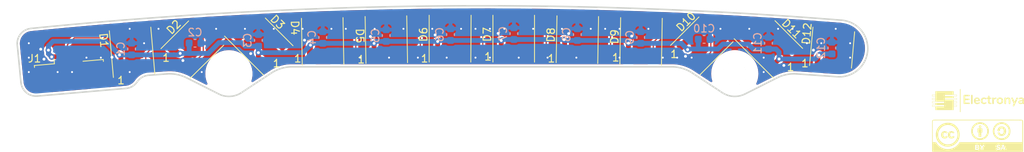
<source format=kicad_pcb>
(kicad_pcb (version 20221018) (generator pcbnew)
  (title_block (title "DIY GT Wheel RMP Chaser Board") (date "2023-06-30") (rev "1.0a") (company "Electronya") (comment 1 "ENYA-SIMR-GTWL-PCRC"))
  (layers (0 "F.Cu" signal) (31 "B.Cu" signal) (34 "B.Paste" user) (35 "F.Paste" user) (36 "B.SilkS" user "B.Silkscreen") (37 "F.SilkS" user "F.Silkscreen") (38 "B.Mask" user) (39 "F.Mask" user) (44 "Edge.Cuts" user))
  (net 0 "")
  (net 1 "GND")
  (net 2 "+5V")
  (net 3 "Net-(D1-DOUT)")
  (net 4 "/LED_DI")
  (net 5 "Net-(D2-DOUT)")
  (net 6 "Net-(D3-DOUT)")
  (net 7 "Net-(D4-DOUT)")
  (net 8 "Net-(D5-DOUT)")
  (net 9 "Net-(D6-DOUT)")
  (net 10 "Net-(D7-DOUT)")
  (net 11 "Net-(D8-DOUT)")
  (net 12 "Net-(D10-DIN)")
  (net 13 "Net-(D10-DOUT)")
  (net 14 "Net-(D11-DOUT)")
  (footprint "ENYA_Bitmap:CC-BY-SA_12MM" (layer "F.Cu") (at 289.894618 146.847474)
    (fp_text reference "G2" hide)
    (fp_text value "CC-BY-SA_Logo" hide)
  )
  (footprint "LED_SMD:LED_WS2812B_PLCC4_5.0x5.0mm_P3.2mm" (layer "F.Cu") (at 228.572094 133.462389 90)
    (fp_text reference "D7" (at 0 -3.5 90) (layer "F.SilkS"))
    (fp_text value "WS2812B" hide)
    (fp_text user "1" (at -2.935611 -3.401094 180) (layer "F.SilkS"))
    (pad "1" smd rect locked (at -2.45 -1.65 90) (size 1.5 0.9) (layers "F.Cu" "F.Paste" "F.Mask") (net 2 "+5V"))
    (pad "2" smd rect locked (at -2.45 1.65 90) (size 1.5 0.9) (layers "F.Cu" "F.Paste" "F.Mask") (net 10 "Net-(D7-DOUT)"))
    (pad "3" smd rect locked (at 2.45 1.65 90) (size 1.5 0.9) (layers "F.Cu" "F.Paste" "F.Mask") (net 1 "GND"))
    (pad "4" smd rect locked (at 2.45 -1.65 90) (size 1.5 0.9) (layers "F.Cu" "F.Paste" "F.Mask") (net 9 "Net-(D6-DOUT)"))
  )
  (footprint "LED_SMD:LED_WS2812B_PLCC4_5.0x5.0mm_P3.2mm" (layer "F.Cu") (at 245.418017 133.823283 89)
    (fp_text reference "D9" (at 0 -3.5 89) (layer "F.SilkS"))
    (fp_text value "WS2812B" hide)
    (fp_text user "1" (at -2.759876 -3.308354 180) (layer "F.SilkS"))
    (pad "1" smd rect locked (at -2.45 -1.65 89) (size 1.5 0.9) (layers "F.Cu" "F.Paste" "F.Mask") (net 2 "+5V"))
    (pad "2" smd rect locked (at -2.45 1.65 89) (size 1.5 0.9) (layers "F.Cu" "F.Paste" "F.Mask") (net 12 "Net-(D10-DIN)"))
    (pad "3" smd rect locked (at 2.45 1.65 89) (size 1.5 0.9) (layers "F.Cu" "F.Paste" "F.Mask") (net 1 "GND"))
    (pad "4" smd rect locked (at 2.45 -1.65 89) (size 1.5 0.9) (layers "F.Cu" "F.Paste" "F.Mask") (net 11 "Net-(D8-DOUT)"))
  )
  (footprint "LED_SMD:LED_WS2812B_PLCC4_5.0x5.0mm_P3.2mm" (layer "F.Cu") (at 253.835396 134.2644 45)
    (fp_text reference "D10" (at 0 -3.5 45) (layer "F.SilkS"))
    (fp_text value "WS2812B" hide)
    (fp_text user "1" (at -4.15 -1.6) (layer "F.SilkS"))
    (pad "1" smd rect (at -2.45 -1.65 45) (size 1.5 0.9) (layers "F.Cu" "F.Paste" "F.Mask") (net 2 "+5V"))
    (pad "2" smd rect (at -2.45 1.65 45) (size 1.5 0.9) (layers "F.Cu" "F.Paste" "F.Mask") (net 13 "Net-(D10-DOUT)"))
    (pad "3" smd rect (at 2.45 1.65 45) (size 1.5 0.9) (layers "F.Cu" "F.Paste" "F.Mask") (net 1 "GND"))
    (pad "4" smd rect (at 2.286 -1.651 45) (size 1 0.9) (layers "F.Cu" "F.Paste" "F.Mask") (net 12 "Net-(D10-DIN)"))
  )
  (footprint "MountingHole:MountingHole_3.2mm_M3_DIN965" (layer "F.Cu") (at 190.919769 138.652648)
    (fp_text reference "MH1" hide)
    (fp_text value "MH-NPLTD-M3" hide)
    (pad "" np_thru_hole circle locked (at 0 0) (size 3.2 3.2) (drill 3.2) (layers "*.Cu" "*.Mask"))
  )
  (footprint "LED_SMD:LED_WS2812B_PLCC4_5.0x5.0mm_P3.2mm" (layer "F.Cu") (at 186.4614 134.6962 45)
    (fp_text reference "D2" (at -0.442814 -3.559858 45) (layer "F.SilkS"))
    (fp_text value "WS2812B" hide)
    (fp_text user "1" (at -4.034916 -1.404596 180) (layer "F.SilkS"))
    (pad "1" smd rect (at -2.45 -1.65 45) (size 1.5 0.9) (layers "F.Cu" "F.Paste" "F.Mask") (net 2 "+5V"))
    (pad "2" smd rect (at -2.45 1.65 45) (size 1.5 0.9) (layers "F.Cu" "F.Paste" "F.Mask") (net 5 "Net-(D2-DOUT)"))
    (pad "3" smd rect (at 2.45 1.65 45) (size 1.5 0.9) (layers "F.Cu" "F.Paste" "F.Mask") (net 1 "GND"))
    (pad "4" smd rect (at 2.286 -1.651 45) (size 1 0.9) (layers "F.Cu" "F.Paste" "F.Mask") (net 3 "Net-(D1-DOUT)"))
  )
  (footprint "LED_SMD:LED_WS2812B_PLCC4_5.0x5.0mm_P3.2mm" (layer "F.Cu") (at 236.996344 133.582695 89)
    (fp_text reference "D8" (at 0 -3.5 89) (layer "F.SilkS"))
    (fp_text value "WS2812B" hide)
    (fp_text user "1" (at -3.128932 -3.389253 180) (layer "F.SilkS"))
    (pad "1" smd rect locked (at -2.45 -1.65 89) (size 1.5 0.9) (layers "F.Cu" "F.Paste" "F.Mask") (net 2 "+5V"))
    (pad "2" smd rect locked (at -2.45 1.65 89) (size 1.5 0.9) (layers "F.Cu" "F.Paste" "F.Mask") (net 11 "Net-(D8-DOUT)"))
    (pad "3" smd rect locked (at 2.45 1.65 89) (size 1.5 0.9) (layers "F.Cu" "F.Paste" "F.Mask") (net 1 "GND"))
    (pad "4" smd rect locked (at 2.45 -1.65 89) (size 1.5 0.9) (layers "F.Cu" "F.Paste" "F.Mask") (net 10 "Net-(D7-DOUT)"))
  )
  (footprint "LED_SMD:LED_WS2812B_PLCC4_5.0x5.0mm_P3.2mm" (layer "F.Cu") (at 194.8688 134.3152 135)
    (fp_text reference "D3" (at 0.007628 3.50684 135) (layer "F.SilkS"))
    (fp_text value "WS2812B" hide)
    (fp_text user "1" (at -3.764079 -0.444473 180) (layer "F.SilkS"))
    (pad "1" smd rect (at -2.45 -1.65 135) (size 1.5 0.9) (layers "F.Cu" "F.Paste" "F.Mask") (net 2 "+5V"))
    (pad "2" smd rect (at -2.45 1.65 135) (size 1.5 0.9) (layers "F.Cu" "F.Paste" "F.Mask") (net 6 "Net-(D3-DOUT)"))
    (pad "3" smd rect (at 2.286 1.65 135) (size 1 0.9) (layers "F.Cu" "F.Paste" "F.Mask") (net 1 "GND"))
    (pad "4" smd rect (at 2.45 -1.65 135) (size 1.5 0.9) (layers "F.Cu" "F.Paste" "F.Mask") (net 5 "Net-(D2-DOUT)"))
  )
  (footprint "LED_SMD:LED_WS2812B_PLCC4_5.0x5.0mm_P3.2mm" (layer "F.Cu") (at 262.246764 134.665083 135)
    (fp_text reference "D11" (at -0.782168 3.540002 135) (layer "F.SilkS"))
    (fp_text value "WS2812B" hide)
    (fp_text user "1" (at -4.284468 -0.141903 180) (layer "F.SilkS"))
    (pad "1" smd rect locked (at -2.45 -1.65 135) (size 1.5 0.9) (layers "F.Cu" "F.Paste" "F.Mask") (net 2 "+5V"))
    (pad "2" smd rect locked (at -2.45 1.65 135) (size 1.5 0.9) (layers "F.Cu" "F.Paste" "F.Mask") (net 14 "Net-(D11-DOUT)"))
    (pad "3" smd rect locked (at 2.286 1.65 135) (size 1 0.9) (layers "F.Cu" "F.Paste" "F.Mask") (net 1 "GND"))
    (pad "4" smd rect locked (at 2.45 -1.65 135) (size 1.5 0.9) (layers "F.Cu" "F.Paste" "F.Mask") (net 13 "Net-(D10-DOUT)"))
  )
  (footprint "LED_SMD:LED_WS2812B_PLCC4_5.0x5.0mm_P3.2mm" (layer "F.Cu") (at 211.722736 133.582695 91)
    (fp_text reference "D5" (at 0 -3.5 91) (layer "F.SilkS"))
    (fp_text value "WS2812B" hide)
    (fp_text user "1" (at -3.137951 -3.371014 180) (layer "F.SilkS"))
    (pad "1" smd rect locked (at -2.45 -1.65 91) (size 1.5 0.9) (layers "F.Cu" "F.Paste" "F.Mask") (net 2 "+5V"))
    (pad "2" smd rect locked (at -2.45 1.65 91) (size 1.5 0.9) (layers "F.Cu" "F.Paste" "F.Mask") (net 8 "Net-(D5-DOUT)"))
    (pad "3" smd rect locked (at 2.45 1.65 91) (size 1.5 0.9) (layers "F.Cu" "F.Paste" "F.Mask") (net 1 "GND"))
    (pad "4" smd rect locked (at 2.45 -1.65 91) (size 1.5 0.9) (layers "F.Cu" "F.Paste" "F.Mask") (net 7 "Net-(D4-DOUT)"))
  )
  (footprint "MountingHole:MountingHole_3.2mm_M3_DIN965" (layer "F.Cu") (at 257.799311 138.652648)
    (fp_text reference "MH2" hide)
    (fp_text value "MH-NPLTD-M3" hide)
    (pad "" np_thru_hole circle locked (at 0 0) (size 3.2 3.2) (drill 3.2) (layers "*.Cu" "*.Mask"))
  )
  (footprint "LED_SMD:LED_WS2812B_PLCC4_5.0x5.0mm_P3.2mm" (layer "F.Cu") (at 270.650406 135.266123 85)
    (fp_text reference "D12" (at 1.619875 -3.469791 85) (layer "F.SilkS"))
    (fp_text value "WS2812B" hide)
    (fp_text user "1" (at -2.324281 -3.379692 180) (layer "F.SilkS"))
    (pad "1" smd rect locked (at -2.45 -1.65 85) (size 1.2 0.9) (layers "F.Cu" "F.Paste" "F.Mask") (net 2 "+5V"))
    (pad "2" smd rect locked (at -2.45 1.65 85) (size 1.2 0.9) (layers "F.Cu" "F.Paste" "F.Mask"))
    (pad "3" smd rect locked (at 2.45 1.65 85) (size 1.2 0.9) (layers "F.Cu" "F.Paste" "F.Mask") (net 1 "GND"))
    (pad "4" smd rect locked (at 2.45 -1.65 85) (size 1.2 0.9) (layers "F.Cu" "F.Paste" "F.Mask") (net 14 "Net-(D11-DOUT)"))
  )
  (footprint "LED_SMD:LED_WS2812B_PLCC4_5.0x5.0mm_P3.2mm" (layer "F.Cu") (at 220.146986 133.462389 90)
    (fp_text reference "D6" (at 0 -3.5 90) (layer "F.SilkS"))
    (fp_text value "WS2812B" hide)
    (fp_text user "1" (at -3.189611 -3.357986 180) (layer "F.SilkS"))
    (pad "1" smd rect locked (at -2.45 -1.65 90) (size 1.5 0.9) (layers "F.Cu" "F.Paste" "F.Mask") (net 2 "+5V"))
    (pad "2" smd rect locked (at -2.45 1.65 90) (size 1.5 0.9) (layers "F.Cu" "F.Paste" "F.Mask") (net 9 "Net-(D6-DOUT)"))
    (pad "3" smd rect locked (at 2.45 1.65 90) (size 1.5 0.9) (layers "F.Cu" "F.Paste" "F.Mask") (net 1 "GND"))
    (pad "4" smd rect locked (at 2.45 -1.65 90) (size 1.5 0.9) (layers "F.Cu" "F.Paste" "F.Mask") (net 8 "Net-(D5-DOUT)"))
  )
  (footprint "ENYA_Bitmap:Electronya_Logo_12MM" (layer "F.Cu") (at 289.96068 142.20484)
    (fp_text reference "G1" hide)
    (fp_text value "Electronya_Logo" hide)
  )
  (footprint "ENYA_Connector_PicoBlade:PICO_BLADE_53261_1x3_SMD_RA_1.25MM" (layer "F.Cu") (at 169.926 139.192 5)
    (fp_text reference "J1" (at -4.459743 -2.939879) (layer "F.SilkS"))
    (fp_text value "PICO_BLADE_1x3_MALE_RA_SMD" hide)
    (pad "1" smd roundrect locked (at -1.25 -2.9 5) (size 0.8 1.6) (layers "F.Cu" "F.Paste" "F.Mask") (net 2 "+5V"))
    (pad "2" smd roundrect locked (at 0 -2.9 5) (size 0.8 1.6) (layers "F.Cu" "F.Paste" "F.Mask") (net 4 "/LED_DI"))
    (pad "3" smd roundrect locked (at 1.25 -2.9 5) (size 0.8 1.6) (layers "F.Cu" "F.Paste" "F.Mask") (net 1 "GND"))
    (pad "MP" smd roundrect locked (at -3.8 0 5) (size 2.1 3) (layers "F.Cu" "F.Paste" "F.Mask") (roundrect_rratio 0.208333))
    (pad "MP" smd roundrect locked (at 3.8 0 5) (size 2.1 3) (layers "F.Cu" "F.Paste" "F.Mask") (roundrect_rratio 0.208333))
  )
  (footprint "LED_SMD:LED_WS2812B_PLCC4_5.0x5.0mm_P3.2mm" (layer "F.Cu") (at 178.068674 135.266123 95)
    (fp_text reference "D1" (at 1.345488 -3.594084 95) (layer "F.SilkS"))
    (fp_text value "WS2812B" hide)
    (fp_text user "1" (at -4.134359 -1.778776 180) (layer "F.SilkS"))
    (pad "1" smd rect locked (at -2.45 -1.65 95) (size 1.5 0.9) (layers "F.Cu" "F.Paste" "F.Mask") (net 2 "+5V"))
    (pad "2" smd rect locked (at -2.45 1.65 95) (size 1.5 0.9) (layers "F.Cu" "F.Paste" "F.Mask") (net 3 "Net-(D1-DOUT)"))
    (pad "3" smd rect locked (at 2.45 1.65 95) (size 1.5 0.9) (layers "F.Cu" "F.Paste" "F.Mask") (net 1 "GND"))
    (pad "4" smd rect locked (at 2.45 -1.65 95) (size 1.5 0.9) (layers "F.Cu" "F.Paste" "F.Mask") (net 4 "/LED_DI"))
  )
  (footprint "LED_SMD:LED_WS2812B_PLCC4_5.0x5.0mm_P3.2mm" (layer "F.Cu") (at 203.301063 133.823283 91)
    (fp_text reference "D4" (at 1.298919 -3.634947 91) (layer "F.SilkS"))
    (fp_text value "WS2812B" hide)
    (fp_text user "1" (at -2.771111 -3.324932 180) (layer "F.SilkS"))
    (pad "1" smd rect locked (at -2.45 -1.65 91) (size 1.5 0.9) (layers "F.Cu" "F.Paste" "F.Mask") (net 2 "+5V"))
    (pad "2" smd rect locked (at -2.45 1.65 91) (size 1.5 0.9) (layers "F.Cu" "F.Paste" "F.Mask") (net 7 "Net-(D4-DOUT)"))
    (pad "3" smd rect locked (at 2.45 1.65 91) (size 1.5 0.9) (layers "F.Cu" "F.Paste" "F.Mask") (net 1 "GND"))
    (pad "4" smd rect locked (at 2.45 -1.65 91) (size 1.5 0.9) (layers "F.Cu" "F.Paste" "F.Mask") (net 6 "Net-(D3-DOUT)"))
  )
  (footprint "Capacitor_SMD:C_0603_1608Metric" (layer "B.Cu") (at 270.637 135.255 -90)
    (fp_text reference "C12" (at 0 1.43 90) (layer "B.SilkS") (effects (justify mirror)))
    (fp_text value "100nF_CER_0603_50V" hide)
    (pad "1" smd roundrect (at -0.775 0 270) (size 0.9 0.95) (layers "B.Cu" "B.Paste" "B.Mask") (net 1 "GND"))
    (pad "2" smd roundrect (at 0.775 0 270) (size 0.9 0.95) (layers "B.Cu" "B.Paste" "B.Mask") (net 2 "+5V"))
  )
  (footprint "Capacitor_SMD:C_0603_1608Metric" (layer "B.Cu") (at 228.6 133.35 -90)
    (fp_text reference "C7" (at 0 1.43 90) (layer "B.SilkS") (effects (justify mirror)))
    (fp_text value "100nF_CER_0603_50V" hide)
    (pad "1" smd roundrect (at -0.775 0 270) (size 0.9 0.95) (layers "B.Cu" "B.Paste" "B.Mask") (net 1 "GND"))
    (pad "2" smd roundrect (at 0.775 0 270) (size 0.9 0.95) (layers "B.Cu" "B.Paste" "B.Mask") (net 2 "+5V"))
  )
  (footprint "Capacitor_SMD:C_0603_1608Metric" (layer "B.Cu") (at 236.982 133.477 -90)
    (fp_text reference "C8" (at 0 1.43 90) (layer "B.SilkS") (effects (justify mirror)))
    (fp_text value "100nF_CER_0603_50V" hide)
    (pad "1" smd roundrect (at -0.775 0 270) (size 0.9 0.95) (layers "B.Cu" "B.Paste" "B.Mask") (net 1 "GND"))
    (pad "2" smd roundrect (at 0.775 0 270) (size 0.9 0.95) (layers "B.Cu" "B.Paste" "B.Mask") (net 2 "+5V"))
  )
  (footprint "Capacitor_SMD:C_0603_1608Metric" (layer "B.Cu") (at 211.709 133.604 -90)
    (fp_text reference "C5" (at 0 1.43 90) (layer "B.SilkS") (effects (justify mirror)))
    (fp_text value "100nF_CER_0603_50V" hide)
    (pad "1" smd roundrect (at -0.775 0 270) (size 0.9 0.95) (layers "B.Cu" "B.Paste" "B.Mask") (net 1 "GND"))
    (pad "2" smd roundrect (at 0.775 0 270) (size 0.9 0.95) (layers "B.Cu" "B.Paste" "B.Mask") (net 2 "+5V"))
  )
  (footprint "Capacitor_SMD:C_0603_1608Metric" (layer "B.Cu") (at 262.255 134.62 -90)
    (fp_text reference "C11" (at 0 1.43 90) (layer "B.SilkS") (effects (justify mirror)))
    (fp_text value "100nF_CER_0603_50V" hide)
    (pad "1" smd roundrect (at -0.775 0 270) (size 0.9 0.95) (layers "B.Cu" "B.Paste" "B.Mask") (net 1 "GND"))
    (pad "2" smd roundrect (at 0.775 0 270) (size 0.9 0.95) (layers "B.Cu" "B.Paste" "B.Mask") (net 2 "+5V"))
  )
  (footprint "Capacitor_SMD:C_0603_1608Metric" (layer "B.Cu") (at 194.818 134.239 -90)
    (fp_text reference "C3" (at 0 1.43 90) (layer "B.SilkS") (effects (justify mirror)))
    (fp_text value "100nF_CER_0603_50V" hide)
    (pad "1" smd roundrect (at -0.775 0 270) (size 0.9 0.95) (layers "B.Cu" "B.Paste" "B.Mask") (net 1 "GND"))
    (pad "2" smd roundrect (at 0.775 0 270) (size 0.9 0.95) (layers "B.Cu" "B.Paste" "B.Mask") (net 2 "+5V"))
  )
  (footprint "Capacitor_SMD:C_0603_1608Metric" (layer "B.Cu") (at 253.746 134.112 180)
    (fp_text reference "C10" (at 0 1.43) (layer "B.SilkS") (effects (justify mirror)))
    (fp_text value "100nF_CER_0603_50V" hide)
    (pad "1" smd roundrect (at -0.775 0 180) (size 0.9 0.95) (layers "B.Cu" "B.Paste" "B.Mask") (net 1 "GND"))
    (pad "2" smd roundrect (at 0.775 0 180) (size 0.9 0.95) (layers "B.Cu" "B.Paste" "B.Mask") (net 2 "+5V"))
  )
  (footprint "Capacitor_SMD:C_0603_1608Metric" (layer "B.Cu") (at 245.364 133.858 -90)
    (fp_text reference "C9" (at 0 1.43 90) (layer "B.SilkS") (effects (justify mirror)))
    (fp_text value "100nF_CER_0603_50V" hide)
    (pad "1" smd roundrect (at -0.775 0 270) (size 0.9 0.95) (layers "B.Cu" "B.Paste" "B.Mask") (net 1 "GND"))
    (pad "2" smd roundrect (at 0.775 0 270) (size 0.9 0.95) (layers "B.Cu" "B.Paste" "B.Mask") (net 2 "+5V"))
  )
  (footprint "Capacitor_SMD:C_0603_1608Metric" (layer "B.Cu") (at 186.436 134.62 180)
    (fp_text reference "C2" (at 0 1.43) (layer "B.SilkS") (effects (justify mirror)))
    (fp_text value "100nF_CER_0603_50V" hide)
    (pad "1" smd roundrect (at -0.775 0 180) (size 0.9 0.95) (layers "B.Cu" "B.Paste" "B.Mask") (net 1 "GND"))
    (pad "2" smd roundrect (at 0.775 0 180) (size 0.9 0.95) (layers "B.Cu" "B.Paste" "B.Mask") (net 2 "+5V"))
  )
  (footprint "Capacitor_SMD:C_0603_1608Metric" (layer "B.Cu") (at 178.054 135.382 -90)
    (fp_text reference "C1" (at 0 1.43 90) (layer "B.SilkS") (effects (justify mirror)))
    (fp_text value "100nF_CER_0603_50V" hide)
    (pad "1" smd roundrect (at -0.775 0 270) (size 0.9 0.95) (layers "B.Cu" "B.Paste" "B.Mask") (net 1 "GND"))
    (pad "2" smd roundrect (at 0.775 0 270) (size 0.9 0.95) (layers "B.Cu" "B.Paste" "B.Mask") (net 2 "+5V"))
  )
  (footprint "Capacitor_SMD:C_0603_1608Metric" (layer "B.Cu") (at 220.218 133.477 -90)
    (fp_text reference "C6" (at 0 1.43 90) (layer "B.SilkS") (effects (justify mirror)))
    (fp_text value "100nF_CER_0603_50V" hide)
    (pad "1" smd roundrect (at -0.775 0 270) (size 0.9 0.95) (layers "B.Cu" "B.Paste" "B.Mask") (net 1 "GND"))
    (pad "2" smd roundrect (at 0.775 0 270) (size 0.9 0.95) (layers "B.Cu" "B.Paste" "B.Mask") (net 2 "+5V"))
  )
  (footprint "Capacitor_SMD:C_0603_1608Metric" (layer "B.Cu") (at 203.327 133.858 -90)
    (fp_text reference "C4" (at 0 1.43 90) (layer "B.SilkS") (effects (justify mirror)))
    (fp_text value "100nF_CER_0603_50V" hide)
    (pad "1" smd roundrect (at -0.775 0 270) (size 0.9 0.95) (layers "B.Cu" "B.Paste" "B.Mask") (net 1 "GND"))
    (pad "2" smd roundrect (at 0.775 0 270) (size 0.9 0.95) (layers "B.Cu" "B.Paste" "B.Mask") (net 2 "+5V"))
  )
  (gr_arc (start 192.565644 141.160853) (mid 191.091035 141.647755) (end 189.570536 141.33212) (stroke (width 0.2)) (layer "Edge.Cuts"))
  (gr_arc (start 182.73025 138.677255) (mid 184.067394 138.762033) (end 185.334018 139.198846) (stroke (width 0.2)) (layer "Edge.Cuts"))
  (gr_arc (start 178.795971 139.725007) (mid 179.448381 139.118469) (end 180.299446 138.855381) (stroke (width 0.2)) (layer "Edge.Cuts"))
  (gr_arc (start 271.907 131.572) (mid 275.351218 135.604657) (end 271.318557 139.048879) (stroke (width 0.2)) (layer "Edge.Cuts"))
  (gr_arc (start 178.795971 139.725007) (mid 178.148174 140.328869) (end 177.303129 140.593804) (stroke (width 0.2)) (layer "Edge.Cuts"))
  (gr_arc (start 162.937648 134.840782) (mid 163.393044 133.376097) (end 164.751948 132.664711) (stroke (width 0.2)) (layer "Edge.Cuts"))
  (gr_line (start 185.334018 139.198846) (end 189.570536 141.33212) (stroke (width 0.2)) (layer "Edge.Cuts"))
  (gr_line (start 252.187708 138.558558) (end 256.153436 141.160854) (stroke (width 0.2)) (layer "Edge.Cuts"))
  (gr_arc (start 259.148544 141.33212) (mid 257.628049 141.647738) (end 256.153436 141.160854) (stroke (width 0.2)) (layer "Edge.Cuts"))
  (gr_line (start 259.148544 141.33212) (end 263.385062 139.198846) (stroke (width 0.2)) (layer "Edge.Cuts"))
  (gr_arc (start 263.385062 139.198846) (mid 264.651686 138.762043) (end 265.98883 138.677255) (stroke (width 0.2)) (layer "Edge.Cuts"))
  (gr_line (start 180.299446 138.855381) (end 182.73025 138.677255) (stroke (width 0.2)) (layer "Edge.Cuts"))
  (gr_line (start 162.937648 134.840782) (end 163.42345 139.797579) (stroke (width 0.2)) (layer "Edge.Cuts"))
  (gr_circle (center 257.799311 138.652648) (end 259.249311 138.652648) (stroke (width 0.2)) (fill none) (layer "Edge.Cuts"))
  (gr_arc (start 196.531372 138.558558) (mid 197.739947 137.980208) (end 199.058712 137.743559) (stroke (width 0.2)) (layer "Edge.Cuts"))
  (gr_line (start 199.058712 137.743559) (end 249.660368 137.743559) (stroke (width 0.2)) (layer "Edge.Cuts"))
  (gr_arc (start 164.751948 132.664711) (mid 218.304773 129.696113) (end 271.907 131.572) (stroke (width 0.2)) (layer "Edge.Cuts"))
  (gr_arc (start 165.592123 141.605779) (mid 164.134198 141.149744) (end 163.42345 139.797579) (stroke (width 0.2)) (layer "Edge.Cuts"))
  (gr_line (start 265.98883 138.677255) (end 271.318557 139.048879) (stroke (width 0.2)) (layer "Edge.Cuts"))
  (gr_arc (start 249.660368 137.743559) (mid 250.979128 137.980217) (end 252.187708 138.558558) (stroke (width 0.2)) (layer "Edge.Cuts"))
  (gr_line (start 192.565644 141.160853) (end 196.531372 138.558558) (stroke (width 0.2)) (layer "Edge.Cuts"))
  (gr_line (start 165.592123 141.605779) (end 177.303129 140.593804) (stroke (width 0.2)) (layer "Edge.Cuts"))
  (via (at 261.62 136.525) (size 0.508) (drill 0.254) (layers "F.Cu" "B.Cu") (net 1))
  (via (at 164.465 136.525) (size 0.508) (drill 0.254) (layers "F.Cu" "B.Cu") (net 1))
  (via (at 172.085 136.525) (size 0.508) (drill 0.254) (layers "F.Cu" "B.Cu") (net 1))
  (via (at 259.715 132.715) (size 0.508) (drill 0.254) (layers "F.Cu" "B.Cu") (net 1))
  (via (at 229.235 136.525) (size 0.508) (drill 0.254) (layers "F.Cu" "B.Cu") (net 1))
  (via (at 189.23 132.715) (size 0.508) (drill 0.254) (layers "F.Cu" "B.Cu") (net 1))
  (via (at 227.33 132.715) (size 0.508) (drill 0.254) (layers "F.Cu" "B.Cu") (net 1))
  (via (at 204.47 132.715) (size 0.508) (drill 0.254) (layers "F.Cu" "B.Cu") (net 1))
  (via (at 250.19 136.525) (size 0.508) (drill 0.254) (layers "F.Cu" "B.Cu") (net 1))
  (via (at 168.275 138.43) (size 0.508) (drill 0.254) (layers "F.Cu" "B.Cu") (net 1))
  (via (at 210.185 132.715) (size 0.508) (drill 0.254) (layers "F.Cu" "B.Cu") (net 1))
  (via (at 206.375 132.715) (size 0.508) (drill 0.254) (layers "F.Cu" "B.Cu") (net 1))
  (via (at 242.57 136.525) (size 0.508) (drill 0.254) (layers "F.Cu" "B.Cu") (net 1))
  (via (at 200.66 132.715) (size 0.508) (drill 0.254) (layers "F.Cu" "B.Cu") (net 1))
  (via (at 184.8358 136.906) (size 0.762) (drill 0.381) (layers "F.Cu" "B.Cu") (net 1))
  (via (at 219.71 136.525) (size 0.508) (drill 0.254) (layers "F.Cu" "B.Cu") (net 1))
  (via (at 273.05 134.62) (size 0.508) (drill 0.254) (layers "F.Cu" "B.Cu") (net 1))
  (via (at 196.85 132.715) (size 0.508) (drill 0.254) (layers "F.Cu" "B.Cu") (net 1))
  (via (at 233.045 136.525) (size 0.508) (drill 0.254) (layers "F.Cu" "B.Cu") (net 1))
  (via (at 242.57 132.715) (size 0.508) (drill 0.254) (layers "F.Cu" "B.Cu") (net 1))
  (via (at 164.465 138.43) (size 0.508) (drill 0.254) (layers "F.Cu" "B.Cu") (net 1))
  (via (at 193.04 132.715) (size 0.508) (drill 0.254) (layers "F.Cu" "B.Cu") (net 1))
  (via (at 200.914 134.2136) (size 0.762) (drill 0.381) (layers "F.Cu" "B.Cu") (net 1))
  (via (at 193.802 135.9916) (size 0.762) (drill 0.381) (layers "F.Cu" "B.Cu") (net 1))
  (via (at 215.9 136.525) (size 0.508) (drill 0.254) (layers "F.Cu" "B.Cu") (net 1))
  (via (at 255.905 132.715) (size 0.508) (drill 0.254) (layers "F.Cu" "B.Cu") (net 1))
  (via (at 177.8 138.43) (size 0.508) (drill 0.254) (layers "F.Cu" "B.Cu") (net 1))
  (via (at 238.76 132.715) (size 0.508) (drill 0.254) (layers "F.Cu" "B.Cu") (net 1))
  (via (at 251.2822 136.3472) (size 0.762) (drill 0.381) (layers "F.Cu" "B.Cu") (net 1))
  (via (at 252.095 136.525) (size 0.508) (drill 0.254) (layers "F.Cu" "B.Cu") (net 1))
  (via (at 236.855 136.525) (size 0.508) (drill 0.254) (layers "F.Cu" "B.Cu") (net 1))
  (via (at 225.425 136.525) (size 0.508) (drill 0.254) (layers "F.Cu" "B.Cu") (net 1))
  (via (at 175.4632 136.4742) (size 0.762) (drill 0.381) (layers "F.Cu" "B.Cu") (net 1))
  (via (at 261.62 138.43) (size 0.508) (drill 0.254) (layers "F.Cu" "B.Cu") (net 1))
  (via (at 166.0398 135.4074) (size 0.762) (drill 0.381) (layers "F.Cu" "B.Cu") (net 1))
  (via (at 187.325 138.43) (size 0.508) (drill 0.254) (layers "F.Cu" "B.Cu") (net 1))
  (via (at 240.665 132.715) (size 0.508) (drill 0.254) (layers "F.Cu" "B.Cu") (net 1))
  (via (at 223.52 136.525) (size 0.508) (drill 0.254) (layers "F.Cu" "B.Cu") (net 1))
  (via (at 173.99 136.525) (size 0.508) (drill 0.254) (layers "F.Cu" "B.Cu") (net 1))
  (via (at 221.615 132.715) (size 0.508) (drill 0.254) (layers "F.Cu" "B.Cu") (net 1))
  (via (at 234.95 132.715) (size 0.508) (drill 0.254) (layers "F.Cu" "B.Cu") (net 1))
  (via (at 268.1986 135.5344) (size 0.762) (drill 0.381) (layers "F.Cu" "B.Cu") (net 1))
  (via (at 273.05 136.525) (size 0.508) (drill 0.254) (layers "F.Cu" "B.Cu") (net 1))
  (via (at 208.28 136.525) (size 0.508) (drill 0.254) (layers "F.Cu" "B.Cu") (net 1))
  (via (at 244.1702 133.6802) (size 0.762) (drill 0.381) (layers "F.Cu" "B.Cu") (net 1))
  (via (at 263.525 132.715) (size 0.508) (drill 0.254) (layers "F.Cu" "B.Cu") (net 1))
  (via (at 248.285 136.525) (size 0.508) (drill 0.254) (layers "F.Cu" "B.Cu") (net 1))
  (via (at 166.4716 136.7282) (size 0.762) (drill 0.381) (layers "F.Cu" "B.Cu") (net 1))
  (via (at 264.287 137.5532) (size 0.762) (drill 0.381) (layers "F.Cu" "B.Cu") (net 1))
  (via (at 231.14 132.715) (size 0.508) (drill 0.254) (layers "F.Cu" "B.Cu") (net 1))
  (via (at 181.61 132.715) (size 0.508) (drill 0.254) (layers "F.Cu" "B.Cu") (net 1))
  (via (at 218.186 133.5286) (size 0.762) (drill 0.381) (layers "F.Cu" "B.Cu") (net 1))
  (via (at 177.8 132.715) (size 0.508) (drill 0.254) (layers "F.Cu" "B.Cu") (net 1))
  (via (at 265.43 132.715) (size 0.508) (drill 0.254) (layers "F.Cu" "B.Cu") (net 1))
  (via (at 212.09 136.525) (size 0.508) (drill 0.254) (layers "F.Cu" "B.Cu") (net 1))
  (via (at 246.38 132.715) (size 0.508) (drill 0.254) (layers "F.Cu" "B.Cu") (net 1))
  (via (at 164.465 134.62) (size 0.508) (drill 0.254) (layers "F.Cu" "B.Cu") (net 1))
  (via (at 235.839 133.35) (size 0.762) (drill 0.381) (layers "F.Cu" "B.Cu") (net 1))
  (via (at 267.335 134.62) (size 0.508) (drill 0.254) (layers "F.Cu" "B.Cu") (net 1))
  (via (at 269.24 134.62) (size 0.508) (drill 0.254) (layers "F.Cu" "B.Cu") (net 1))
  (via (at 170.18 138.43) (size 0.508) (drill 0.254) (layers "F.Cu" "B.Cu") (net 1))
  (via (at 223.52 132.715) (size 0.508) (drill 0.254) (layers "F.Cu" "B.Cu") (net 1))
  (via (at 226.5172 133.3246) (size 0.762) (drill 0.381) (layers "F.Cu" "B.Cu") (net 1))
  (via (at 213.995 132.715) (size 0.508) (drill 0.254) (layers "F.Cu" "B.Cu") (net 1))
  (via (at 217.805 132.715) (size 0.508) (drill 0.254) (layers "F.Cu" "B.Cu") (net 1))
  (via (at 225.425 132.715) (size 0.508) (drill 0.254) (layers "F.Cu" "B.Cu") (net 1))
  (via (at 209.6262 133.731) (size 0.762) (drill 0.381) (layers "F.Cu" "B.Cu") (net 1))
  (via (at 179.705 134.62) (size 0.508) (drill 0.254) (layers "F.Cu" "B.Cu") (net 1))
  (via (at 271.145 132.715) (size 0.508) (drill 0.254) (layers "F.Cu" "B.Cu") (net 1))
  (segment (start 268.793153 136.336847) (end 268.793153 137.562993) (width 0.635) (layer "F.Cu") (net 2))
  (segment (start 218.5162 135.893175) (end 218.496986 135.912389) (width 0.635) (layer "F.Cu") (net 2))
  (segment (start 210.1088 136.054172) (end 210.115746 136.061118) (width 0.635) (layer "F.Cu") (net 2))
  (segment (start 184.266577 135.9662) (end 183.562262 135.261885) (width 0.635) (layer "F.Cu") (net 2))
  (segment (start 194.818 136.597853) (end 195.434485 137.214338) (width 0.635) (layer "F.Cu") (net 2))
  (segment (start 201.7014 136.294379) (end 201.694073 136.301706) (width 0.635) (layer "F.Cu") (net 2))
  (segment (start 235.2294 134.1374) (end 235.303837 134.211837) (width 0.635) (layer "F.Cu") (net 2))
  (segment (start 167.49902 136.41198) (end 167.4876 136.4234) (width 0.635) (layer "F.Cu") (net 2))
  (segment (start 251.564373 135.4582) (end 250.936258 134.830085) (width 0.635) (layer "F.Cu") (net 2))
  (segment (start 263.652 136.7028) (end 263.652 136.72467) (width 0.635) (layer "F.Cu") (net 2))
  (segment (start 184.4802 135.9662) (end 184.266577 135.9662) (width 0.635) (layer "F.Cu") (net 2))
  (segment (start 176.638484 136.354084) (end 176.638484 137.850607) (width 0.635) (layer "F.Cu") (net 2))
  (segment (start 167.0558 135.9916) (end 167.0558 135.5344) (width 0.635) (layer "F.Cu") (net 2))
  (segment (start 194.818 135.8646) (end 194.818 136.597853) (width 0.635) (layer "F.Cu") (net 2))
  (segment (start 226.9236 135.910883) (end 226.922094 135.912389) (width 0.635) (layer "F.Cu") (net 2))
  (segment (start 167.4876 136.4234) (end 167.0558 135.9916) (width 0.635) (layer "F.Cu") (net 2))
  (segment (start 235.303837 134.211837) (end 235.303837 136.003525) (width 0.635) (layer "F.Cu") (net 2))
  (segment (start 201.7014 134.874) (end 201.7014 136.294379) (width 0.635) (layer "F.Cu") (net 2))
  (segment (start 168.428005 136.41198) (end 167.49902 136.41198) (width 0.635) (layer "F.Cu") (net 2))
  (segment (start 218.5162 134.3914) (end 218.5162 135.893175) (width 0.635) (layer "F.Cu") (net 2))
  (segment (start 268.9352 136.1948) (end 268.793153 136.336847) (width 0.635) (layer "F.Cu") (net 2))
  (segment (start 243.7384 136.231223) (end 243.72551 136.244113) (width 0.635) (layer "F.Cu") (net 2))
  (segment (start 210.1088 134.6454) (end 210.1088 136.054172) (width 0.635) (layer "F.Cu") (net 2))
  (segment (start 176.4538 136.1694) (end 176.638484 136.354084) (width 0.635) (layer "F.Cu") (net 2))
  (segment (start 263.652 136.72467) (end 262.812449 137.564221) (width 0.635) (layer "F.Cu") (net 2))
  (segment (start 226.9236 134.2644) (end 226.9236 135.910883) (width 0.635) (layer "F.Cu") (net 2))
  (segment (start 243.7384 134.62) (end 243.7384 136.231223) (width 0.635) (layer "F.Cu") (net 2))
  (via (at 167.0558 135.5344) (size 0.762) (drill 0.381) (layers "F.Cu" "B.Cu") (net 2))
  (via (at 243.7384 134.62) (size 0.762) (drill 0.381) (layers "F.Cu" "B.Cu") (net 2))
  (via (at 218.5162 134.3914) (size 0.762) (drill 0.381) (layers "F.Cu" "B.Cu") (net 2))
  (via (at 263.652 136.7028) (size 0.762) (drill 0.381) (layers "F.Cu" "B.Cu") (net 2))
  (via (at 184.4802 135.9662) (size 0.762) (drill 0.381) (layers "F.Cu" "B.Cu") (net 2))
  (via (at 194.818 135.8646) (size 0.762) (drill 0.381) (layers "F.Cu" "B.Cu") (net 2))
  (via (at 210.1088 134.6454) (size 0.762) (drill 0.381) (layers "F.Cu" "B.Cu") (net 2))
  (via (at 201.7014 134.874) (size 0.762) (drill 0.381) (layers "F.Cu" "B.Cu") (net 2))
  (via (at 176.4538 136.1694) (size 0.762) (drill 0.381) (layers "F.Cu" "B.Cu") (net 2))
  (via (at 226.9236 134.2644) (size 0.762) (drill 0.381) (layers "F.Cu" "B.Cu") (net 2))
  (via (at 235.2294 134.1374) (size 0.762) (drill 0.381) (layers "F.Cu" "B.Cu") (net 2))
  (via (at 251.564373 135.4582) (size 0.762) (drill 0.381) (layers "F.Cu" "B.Cu") (net 2))
  (via (at 268.9352 136.1948) (size 0.762) (drill 0.381) (layers "F.Cu" "B.Cu") (net 2))
  (via (at 167.4876 136.4234) (size 0.762) (drill 0.381) (layers "F.Cu" "B.Cu") (net 2))
  (segment (start 252.971 134.112) (end 252.971 135.3696) (width 0.635) (layer "B.Cu") (net 2))
  (segment (start 263.2586 135.395) (end 263.652 135.7884) (width 0.635) (layer "B.Cu") (net 2))
  (segment (start 226.9112 134.252) (end 226.9236 134.2644) (width 0.635) (layer "B.Cu") (net 2))
  (segment (start 243.3704 134.252) (end 243.7384 134.62) (width 0.635) (layer "B.Cu") (net 2))
  (segment (start 236.982 134.252) (end 243.3704 134.252) (width 0.635) (layer "B.Cu") (net 2))
  (segment (start 210.0964 134.633) (end 210.1088 134.6454) (width 0.635) (layer "B.Cu") (net 2))
  (segment (start 203.327 134.633) (end 210.0964 134.633) (width 0.635) (layer "B.Cu") (net 2))
  (segment (start 250.739173 134.633) (end 245.364 134.633) (width 0.635) (layer "B.Cu") (net 2))
  (segment (start 252.971 135.3696) (end 252.9586 135.382) (width 0.635) (layer "B.Cu") (net 2))
  (segment (start 226.9236 134.2644) (end 227.063 134.125) (width 0.635) (layer "B.Cu") (net 2))
  (segment (start 201.7014 134.874) (end 201.9424 134.633) (width 0.635) (layer "B.Cu") (net 2))
  (segment (start 218.6556 134.252) (end 220.218 134.252) (width 0.635) (layer "B.Cu") (net 2))
  (segment (start 218.5162 134.3914) (end 218.6556 134.252) (width 0.635) (layer "B.Cu") (net 2))
  (segment (start 210.1088 134.6454) (end 210.3752 134.379) (width 0.635) (layer "B.Cu") (net 2))
  (segment (start 193.053 135.014) (end 194.818 135.014) (width 0.635) (layer "B.Cu") (net 2))
  (segment (start 245.351 134.62) (end 245.364 134.633) (width 0.635) (layer "B.Cu") (net 2))
  (segment (start 210.3752 134.379) (end 211.709 134.379) (width 0.635) (layer "B.Cu") (net 2))
  (segment (start 260.236 135.395) (end 262.255 135.395) (width 0.635) (layer "B.Cu") (net 2))
  (segment (start 184.2894 136.157) (end 184.4802 135.9662) (width 0.635) (layer "B.Cu") (net 2))
  (segment (start 188.1886 135.9662) (end 189.611 134.5438) (width 0.635) (layer "B.Cu") (net 2))
  (segment (start 194.818 135.014) (end 194.818 135.8646) (width 0.635) (layer "B.Cu") (net 2))
  (segment (start 251.564373 135.4582) (end 250.739173 134.633) (width 0.635) (layer "B.Cu") (net 2))
  (segment (start 243.7384 134.62) (end 245.351 134.62) (width 0.635) (layer "B.Cu") (net 2))
  (segment (start 228.6 134.125) (end 235.217 134.125) (width 0.635) (layer "B.Cu") (net 2))
  (segment (start 218.5038 134.379) (end 218.5162 134.3914) (width 0.635) (layer "B.Cu") (net 2))
  (segment (start 167.0558 135.9916) (end 167.0558 135.5344) (width 0.635) (layer "B.Cu") (net 2))
  (segment (start 201.9424 134.633) (end 203.327 134.633) (width 0.635) (layer "B.Cu") (net 2))
  (segment (start 268.4272 136.7028) (end 268.9352 136.1948) (width 0.635) (layer "B.Cu") (net 2))
  (segment (start 167.0558 135.5344) (end 167.0558 134.9756) (width 0.635) (layer "B.Cu") (net 2))
  (segment (start 252.9586 135.382) (end 255.5748 135.382) (width 0.635) (layer "B.Cu") (net 2))
  (segment (start 220.218 134.252) (end 226.9112 134.252) (width 0.635) (layer "B.Cu") (net 2))
  (segment (start 200.7108 135.8646) (end 201.7014 134.874) (width 0.635) (layer "B.Cu") (net 2))
  (segment (start 227.063 134.125) (end 228.6 134.125) (width 0.635) (layer "B.Cu") (net 2))
  (segment (start 255.5748 135.382) (end 256.2098 134.747) (width 0.635) (layer "B.Cu") (net 2))
  (segment (start 259.588 134.747) (end 260.236 135.395) (width 0.635) (layer "B.Cu") (net 2))
  (segment (start 185.661 134.62) (end 185.661 135.9538) (width 0.635) (layer "B.Cu") (net 2))
  (segment (start 185.6486 135.9662) (end 188.1886 135.9662) (width 0.635) (layer "B.Cu") (net 2))
  (segment (start 185.661 135.9538) (end 185.6486 135.9662) (width 0.635) (layer "B.Cu") (net 2))
  (segment (start 167.4876 136.4234) (end 167.0558 135.9916) (width 0.635) (layer "B.Cu") (net 2))
  (segment (start 251.640573 135.382) (end 252.9586 135.382) (width 0.635) (layer "B.Cu") (net 2))
  (segment (start 178.0416 136.1694) (end 178.054 136.157) (width 0.635) (layer "B.Cu") (net 2))
  (segment (start 167.0558 134.9756) (end 167.6654 134.366) (width 0.635) (layer "B.Cu") (net 2))
  (segment (start 167.6654 134.366) (end 174.6504 134.366) (width 0.635) (layer "B.Cu") (net 2))
  (segment (start 235.217 134.125) (end 235.2294 134.1374) (width 0.635) (layer "B.Cu") (net 2))
  (segment (start 184.4802 135.9662) (end 185.6486 135.9662) (width 0.635) (layer "B.Cu") (net 2))
  (segment (start 269.1 136.03) (end 270.637 136.03) (width 0.635) (layer "B.Cu") (net 2))
  (segment (start 174.6504 134.366) (end 176.4538 136.1694) (width 0.635) (layer "B.Cu") (net 2))
  (segment (start 256.2098 134.747) (end 259.588 134.747) (width 0.635) (layer "B.Cu") (net 2))
  (segment (start 178.054 136.157) (end 184.2894 136.157) (width 0.635) (layer "B.Cu") (net 2))
  (segment (start 263.652 135.7884) (end 263.652 136.7028) (width 0.635) (layer "B.Cu") (net 2))
  (segment (start 211.709 134.379) (end 218.5038 134.379) (width 0.635) (layer "B.Cu") (net 2))
  (segment (start 194.818 135.8646) (end 200.7108 135.8646) (width 0.635) (layer "B.Cu") (net 2))
  (segment (start 235.344 134.252) (end 236.982 134.252) (width 0.635) (layer "B.Cu") (net 2))
  (segment (start 263.652 136.7028) (end 268.4272 136.7028) (width 0.635) (layer "B.Cu") (net 2))
  (segment (start 192.5828 134.5438) (end 193.053 135.014) (width 0.635) (layer "B.Cu") (net 2))
  (segment (start 189.611 134.5438) (end 192.5828 134.5438) (width 0.635) (layer "B.Cu") (net 2))
  (segment (start 176.4538 136.1694) (end 178.0416 136.1694) (width 0.635) (layer "B.Cu") (net 2))
  (segment (start 262.255 135.395) (end 263.2586 135.395) (width 0.635) (layer "B.Cu") (net 2))
  (segment (start 235.2294 134.1374) (end 235.344 134.252) (width 0.635) (layer "B.Cu") (net 2))
  (segment (start 268.9352 136.1948) (end 269.1 136.03) (width 0.635) (layer "B.Cu") (net 2))
  (segment (start 251.564373 135.4582) (end 251.640573 135.382) (width 0.635) (layer "B.Cu") (net 2))
  (segment (start 185.804347 133.0198) (end 187.027085 131.797062) (width 0.1524) (layer "F.Cu") (net 3))
  (segment (start 179.925927 137.562993) (end 179.925927 136.075473) (width 0.1524) (layer "F.Cu") (net 3))
  (segment (start 179.925927 136.075473) (end 182.9816 133.0198) (width 0.1524) (layer "F.Cu") (net 3))
  (segment (start 182.9816 133.0198) (end 185.804347 133.0198) (width 0.1524) (layer "F.Cu") (net 3))
  (segment (start 169.673248 136.303035) (end 169.5704 136.200187) (width 0.1524) (layer "F.Cu") (net 4))
  (segment (start 170.4848 133.9088) (end 173.8884 133.9088) (width 0.1524) (layer "F.Cu") (net 4))
  (segment (start 169.5704 136.200187) (end 169.5704 134.8232) (width 0.1524) (layer "F.Cu") (net 4))
  (segment (start 169.5704 134.8232) (end 170.4848 133.9088) (width 0.1524) (layer "F.Cu") (net 4))
  (segment (start 174.827947 132.969253) (end 176.211421 132.969253) (width 0.1524) (layer "F.Cu") (net 4))
  (segment (start 173.8884 133.9088) (end 174.827947 132.969253) (width 0.1524) (layer "F.Cu") (net 4))
  (segment (start 187.5282 135.962853) (end 187.5282 133.6294) (width 0.1524) (layer "F.Cu") (net 5))
  (segment (start 188.9506 132.207) (end 190.427147 132.207) (width 0.1524) (layer "F.Cu") (net 5))
  (segment (start 187.5282 133.6294) (end 188.9506 132.207) (width 0.1524) (layer "F.Cu") (net 5))
  (segment (start 185.895715 137.595338) (end 187.5282 135.962853) (width 0.1524) (layer "F.Cu") (net 5))
  (segment (start 190.427147 132.207) (end 191.969662 133.749515) (width 0.1524) (layer "F.Cu") (net 5))
  (segment (start 200.219947 131.402453) (end 201.608556 131.402453) (width 0.1524) (layer "F.Cu") (net 6))
  (segment (start 199.263 132.3594) (end 200.219947 131.402453) (width 0.1524) (layer "F.Cu") (net 6))
  (segment (start 197.767938 134.880885) (end 199.263 133.385823) (width 0.1524) (layer "F.Cu") (net 6))
  (segment (start 199.263 133.385823) (end 199.263 132.3594) (width 0.1524) (layer "F.Cu") (net 6))
  (segment (start 204.99357 136.244113) (end 206.986087 136.244113) (width 0.1524) (layer "F.Cu") (net 7))
  (segment (start 206.986087 136.244113) (end 207.6958 135.5344) (width 0.1524) (layer "F.Cu") (net 7))
  (segment (start 208.842535 131.161865) (end 210.030229 131.161865) (width 0.1524) (layer "F.Cu") (net 7))
  (segment (start 207.6958 135.5344) (end 207.6958 132.3086) (width 0.1524) (layer "F.Cu") (net 7))
  (segment (start 207.6958 132.3086) (end 208.842535 131.161865) (width 0.1524) (layer "F.Cu") (net 7))
  (segment (start 216.866011 131.012389) (end 218.496986 131.012389) (width 0.1524) (layer "F.Cu") (net 8))
  (segment (start 213.415243 136.003525) (end 215.176875 136.003525) (width 0.1524) (layer "F.Cu") (net 8))
  (segment (start 216.2302 131.6482) (end 216.866011 131.012389) (width 0.1524) (layer "F.Cu") (net 8))
  (segment (start 216.2302 134.9502) (end 216.2302 131.6482) (width 0.1524) (layer "F.Cu") (net 8))
  (segment (start 215.176875 136.003525) (end 216.2302 134.9502) (width 0.1524) (layer "F.Cu") (net 8))
  (segment (start 223.523011 135.912389) (end 224.4852 134.9502) (width 0.1524) (layer "F.Cu") (net 9))
  (segment (start 224.4852 132.1054) (end 225.578211 131.012389) (width 0.1524) (layer "F.Cu") (net 9))
  (segment (start 225.578211 131.012389) (end 226.922094 131.012389) (width 0.1524) (layer "F.Cu") (net 9))
  (segment (start 224.4852 134.9502) (end 224.4852 132.1054) (width 0.1524) (layer "F.Cu") (net 9))
  (segment (start 221.796986 135.912389) (end 223.523011 135.912389) (width 0.1524) (layer "F.Cu") (net 9))
  (segment (start 232.8672 134.8232) (end 232.8672 132.0546) (width 0.1524) (layer "F.Cu") (net 10))
  (segment (start 230.222094 135.912389) (end 231.778011 135.912389) (width 0.1524) (layer "F.Cu") (net 10))
  (segment (start 231.778011 135.912389) (end 232.8672 134.8232) (width 0.1524) (layer "F.Cu") (net 10))
  (segment (start 233.817528 131.104272) (end 235.389354 131.104272) (width 0.1524) (layer "F.Cu") (net 10))
  (segment (start 232.8672 132.0546) (end 233.817528 131.104272) (width 0.1524) (layer "F.Cu") (net 10))
  (segment (start 240.417682 136.061118) (end 241.3762 135.1026) (width 0.1524) (layer "F.Cu") (net 11))
  (segment (start 241.3762 135.1026) (end 241.3762 132.5626) (width 0.1524) (layer "F.Cu") (net 11))
  (segment (start 242.59394 131.34486) (end 243.811027 131.34486) (width 0.1524) (layer "F.Cu") (net 11))
  (segment (start 238.603334 136.061118) (end 240.417682 136.061118) (width 0.1524) (layer "F.Cu") (net 11))
  (segment (start 241.3762 132.5626) (end 242.59394 131.34486) (width 0.1524) (layer "F.Cu") (net 11))
  (segment (start 248.7422 132.7912) (end 252.975143 132.7912) (width 0.1524) (layer "F.Cu") (net 12))
  (segment (start 247.025007 136.301706) (end 247.025007 134.508393) (width 0.1524) (layer "F.Cu") (net 12))
  (segment (start 252.975143 132.7912) (end 254.401081 131.365262) (width 0.1524) (layer "F.Cu") (net 12))
  (segment (start 247.025007 134.508393) (end 248.7422 132.7912) (width 0.1524) (layer "F.Cu") (net 12))
  (segment (start 254.635 133.1468) (end 255.905 131.8768) (width 0.1524) (layer "F.Cu") (net 13))
  (segment (start 254.635 135.798249) (end 254.635 133.1468) (width 0.1524) (layer "F.Cu") (net 13))
  (segment (start 257.125028 131.8768) (end 259.347626 134.099398) (width 0.1524) (layer "F.Cu") (net 13))
  (segment (start 253.269711 137.163538) (end 254.635 135.798249) (width 0.1524) (layer "F.Cu") (net 13))
  (segment (start 255.905 131.8768) (end 257.125028 131.8768) (width 0.1524) (layer "F.Cu") (net 13))
  (segment (start 265.145902 135.230768) (end 267.695031 132.681639) (width 0.1524) (layer "F.Cu") (net 14))
  (segment (start 267.695031 132.681639) (end 269.220216 132.681639) (width 0.1524) (layer "F.Cu") (net 14))
  (zone (net 1) (net_name "GND") (layers "F&B.Cu") (connect_pads (clearance 0.254)) (min_thickness 0.254) (fill yes (thermal_gap 0.254) (thermal_bridge_width 0.508))
    (polygon (pts (xy 160.655 128.905) (xy 276.225 128.905) (xy 276.225 142.875) (xy 160.655 142.875)))
  )
)
</source>
